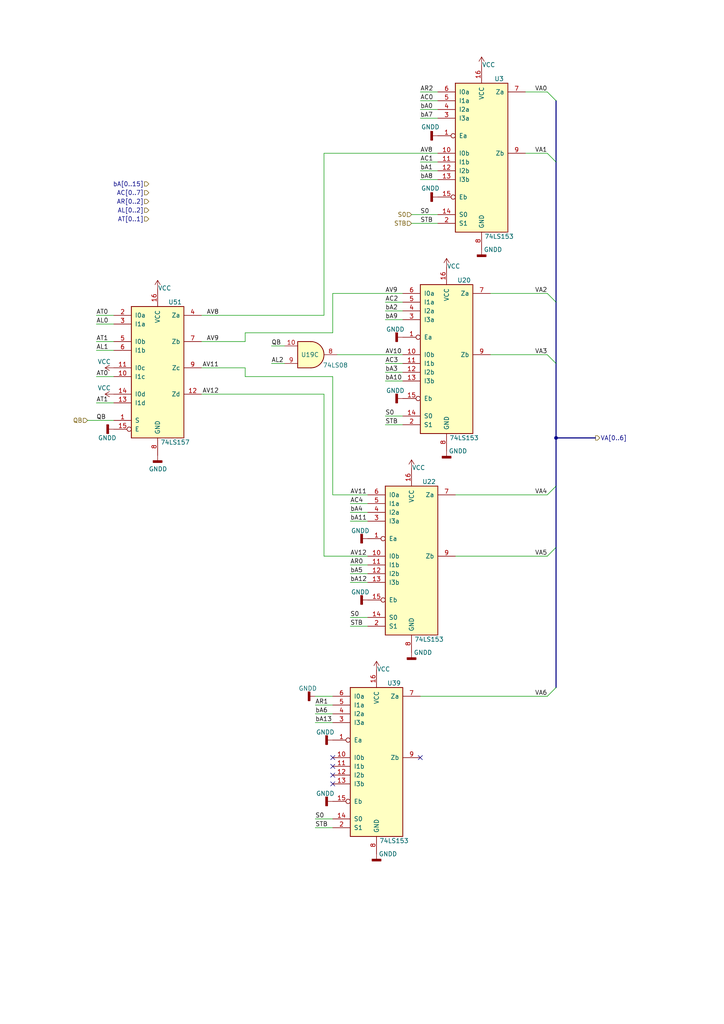
<source format=kicad_sch>
(kicad_sch (version 20230121) (generator eeschema)
  (paper "A4" portrait)
  (lib_symbols
    (symbol "74xx:74LS08" (pin_names (offset 1.016))
      (property "Reference" "U" (at 0 1.27 0))
      (property "Value" "74LS08" (at 0 -1.27 0))
      (symbol "74LS08_1_1"
        (arc (start 0 -3.81) (mid 3.7934 0) (end 0 3.81) (stroke (width 0.254)) (fill (type background)))
        (polyline (pts (xy 0 3.81) (xy -3.81 3.81) (xy -3.81 -3.81) (xy 0 -3.81)) (stroke (width 0.254)) (fill (type background)))
        (pin input line (at -7.62 2.54 0) (length 3.81) (name "~") (number "1"))
        (pin input line (at -7.62 -2.54 0) (length 3.81) (name "~") (number "2"))
        (pin output line (at 7.62 0 180) (length 3.81) (name "~") (number "3"))
      )
      (symbol "74LS08_1_2"
        (arc (start -3.81 -3.81) (mid -2.589 0) (end -3.81 3.81) (stroke (width 0.254)))
        (arc (start -0.6096 -3.81) (mid 2.1842 -2.5851) (end 3.81 0) (stroke (width 0.254)) (fill (type background)))
        (polyline (pts (xy -3.81 -3.81) (xy -0.635 -3.81)) (stroke (width 0.254)) (fill (type background)))
        (polyline (pts (xy -3.81 3.81) (xy -0.635 3.81)) (stroke (width 0.254)) (fill (type background)))
        (polyline (pts (xy -0.635 3.81) (xy -3.81 3.81) (xy -3.81 3.81) (xy -3.556 3.4036) (xy -3.0226 2.2606) (xy -2.6924 1.0414) (xy -2.6162 -0.254) (xy -2.7686 -1.4986) (xy -3.175 -2.7178) (xy -3.81 -3.81) (xy -3.81 -3.81) (xy -0.635 -3.81)) (stroke (width -25.4)) (fill (type background)))
        (arc (start 3.81 0) (mid 2.1915 2.5936) (end -0.6096 3.81) (stroke (width 0.254)) (fill (type background)))
        (pin input inverted (at -7.62 2.54 0) (length 4.318) (name "~") (number "1"))
        (pin input inverted (at -7.62 -2.54 0) (length 4.318) (name "~") (number "2"))
        (pin output inverted (at 7.62 0 180) (length 3.81) (name "~") (number "3"))
      )
      (symbol "74LS08_2_1"
        (arc (start 0 -3.81) (mid 3.7934 0) (end 0 3.81) (stroke (width 0.254)) (fill (type background)))
        (polyline (pts (xy 0 3.81) (xy -3.81 3.81) (xy -3.81 -3.81) (xy 0 -3.81)) (stroke (width 0.254)) (fill (type background)))
        (pin input line (at -7.62 2.54 0) (length 3.81) (name "~") (number "4"))
        (pin input line (at -7.62 -2.54 0) (length 3.81) (name "~") (number "5"))
        (pin output line (at 7.62 0 180) (length 3.81) (name "~") (number "6"))
      )
      (symbol "74LS08_2_2"
        (arc (start -3.81 -3.81) (mid -2.589 0) (end -3.81 3.81) (stroke (width 0.254)))
        (arc (start -0.6096 -3.81) (mid 2.1842 -2.5851) (end 3.81 0) (stroke (width 0.254)) (fill (type background)))
        (polyline (pts (xy -3.81 -3.81) (xy -0.635 -3.81)) (stroke (width 0.254)) (fill (type background)))
        (polyline (pts (xy -3.81 3.81) (xy -0.635 3.81)) (stroke (width 0.254)) (fill (type background)))
        (polyline (pts (xy -0.635 3.81) (xy -3.81 3.81) (xy -3.81 3.81) (xy -3.556 3.4036) (xy -3.0226 2.2606) (xy -2.6924 1.0414) (xy -2.6162 -0.254) (xy -2.7686 -1.4986) (xy -3.175 -2.7178) (xy -3.81 -3.81) (xy -3.81 -3.81) (xy -0.635 -3.81)) (stroke (width -25.4)) (fill (type background)))
        (arc (start 3.81 0) (mid 2.1915 2.5936) (end -0.6096 3.81) (stroke (width 0.254)) (fill (type background)))
        (pin input inverted (at -7.62 2.54 0) (length 4.318) (name "~") (number "4"))
        (pin input inverted (at -7.62 -2.54 0) (length 4.318) (name "~") (number "5"))
        (pin output inverted (at 7.62 0 180) (length 3.81) (name "~") (number "6"))
      )
      (symbol "74LS08_3_1"
        (arc (start 0 -3.81) (mid 3.7934 0) (end 0 3.81) (stroke (width 0.254)) (fill (type background)))
        (polyline (pts (xy 0 3.81) (xy -3.81 3.81) (xy -3.81 -3.81) (xy 0 -3.81)) (stroke (width 0.254)) (fill (type background)))
        (pin input line (at -7.62 -2.54 0) (length 3.81) (name "~") (number "10"))
        (pin output line (at 7.62 0 180) (length 3.81) (name "~") (number "8"))
        (pin input line (at -7.62 2.54 0) (length 3.81) (name "~") (number "9"))
      )
      (symbol "74LS08_3_2"
        (arc (start -3.81 -3.81) (mid -2.589 0) (end -3.81 3.81) (stroke (width 0.254)))
        (arc (start -0.6096 -3.81) (mid 2.1842 -2.5851) (end 3.81 0) (stroke (width 0.254)) (fill (type background)))
        (polyline (pts (xy -3.81 -3.81) (xy -0.635 -3.81)) (stroke (width 0.254)) (fill (type background)))
        (polyline (pts (xy -3.81 3.81) (xy -0.635 3.81)) (stroke (width 0.254)) (fill (type background)))
        (polyline (pts (xy -0.635 3.81) (xy -3.81 3.81) (xy -3.81 3.81) (xy -3.556 3.4036) (xy -3.0226 2.2606) (xy -2.6924 1.0414) (xy -2.6162 -0.254) (xy -2.7686 -1.4986) (xy -3.175 -2.7178) (xy -3.81 -3.81) (xy -3.81 -3.81) (xy -0.635 -3.81)) (stroke (width -25.4)) (fill (type background)))
        (arc (start 3.81 0) (mid 2.1915 2.5936) (end -0.6096 3.81) (stroke (width 0.254)) (fill (type background)))
        (pin input inverted (at -7.62 -2.54 0) (length 4.318) (name "~") (number "10"))
        (pin output inverted (at 7.62 0 180) (length 3.81) (name "~") (number "8"))
        (pin input inverted (at -7.62 2.54 0) (length 4.318) (name "~") (number "9"))
      )
      (symbol "74LS08_4_1"
        (arc (start 0 -3.81) (mid 3.7934 0) (end 0 3.81) (stroke (width 0.254)) (fill (type background)))
        (polyline (pts (xy 0 3.81) (xy -3.81 3.81) (xy -3.81 -3.81) (xy 0 -3.81)) (stroke (width 0.254)) (fill (type background)))
        (pin output line (at 7.62 0 180) (length 3.81) (name "~") (number "11"))
        (pin input line (at -7.62 2.54 0) (length 3.81) (name "~") (number "12"))
        (pin input line (at -7.62 -2.54 0) (length 3.81) (name "~") (number "13"))
      )
      (symbol "74LS08_4_2"
        (arc (start -3.81 -3.81) (mid -2.589 0) (end -3.81 3.81) (stroke (width 0.254)))
        (arc (start -0.6096 -3.81) (mid 2.1842 -2.5851) (end 3.81 0) (stroke (width 0.254)) (fill (type background)))
        (polyline (pts (xy -3.81 -3.81) (xy -0.635 -3.81)) (stroke (width 0.254)) (fill (type background)))
        (polyline (pts (xy -3.81 3.81) (xy -0.635 3.81)) (stroke (width 0.254)) (fill (type background)))
        (polyline (pts (xy -0.635 3.81) (xy -3.81 3.81) (xy -3.81 3.81) (xy -3.556 3.4036) (xy -3.0226 2.2606) (xy -2.6924 1.0414) (xy -2.6162 -0.254) (xy -2.7686 -1.4986) (xy -3.175 -2.7178) (xy -3.81 -3.81) (xy -3.81 -3.81) (xy -0.635 -3.81)) (stroke (width -25.4)) (fill (type background)))
        (arc (start 3.81 0) (mid 2.1915 2.5936) (end -0.6096 3.81) (stroke (width 0.254)) (fill (type background)))
        (pin output inverted (at 7.62 0 180) (length 3.81) (name "~") (number "11"))
        (pin input inverted (at -7.62 2.54 0) (length 4.318) (name "~") (number "12"))
        (pin input inverted (at -7.62 -2.54 0) (length 4.318) (name "~") (number "13"))
      )
      (symbol "74LS08_5_0"
        (pin power_in line (at 0 12.7 270) (length 5.08) (name "VCC") (number "14"))
        (pin power_in line (at 0 -12.7 90) (length 5.08) (name "GND") (number "7"))
      )
      (symbol "74LS08_5_1"
        (rectangle (start -5.08 7.62) (end 5.08 -7.62) (stroke (width 0.254)) (fill (type background)))
      )
    )
    (symbol "74xx:74LS153" (pin_names (offset 1.016))
      (property "Reference" "U" (at -7.62 21.59 0))
      (property "Value" "74LS153" (at -7.62 -24.13 0))
      (symbol "74LS153_1_0"
        (pin input inverted (at -12.7 5.08 0) (length 5.08) (name "Ea") (number "1"))
        (pin input line (at -12.7 0 0) (length 5.08) (name "I0b") (number "10"))
        (pin input line (at -12.7 -2.54 0) (length 5.08) (name "I1b") (number "11"))
        (pin input line (at -12.7 -5.08 0) (length 5.08) (name "I2b") (number "12"))
        (pin input line (at -12.7 -7.62 0) (length 5.08) (name "I3b") (number "13"))
        (pin input line (at -12.7 -17.78 0) (length 5.08) (name "S0") (number "14"))
        (pin input inverted (at -12.7 -12.7 0) (length 5.08) (name "Eb") (number "15"))
        (pin power_in line (at 0 25.4 270) (length 5.08) (name "VCC") (number "16"))
        (pin input line (at -12.7 -20.32 0) (length 5.08) (name "S1") (number "2"))
        (pin input line (at -12.7 10.16 0) (length 5.08) (name "I3a") (number "3"))
        (pin input line (at -12.7 12.7 0) (length 5.08) (name "I2a") (number "4"))
        (pin input line (at -12.7 15.24 0) (length 5.08) (name "I1a") (number "5"))
        (pin input line (at -12.7 17.78 0) (length 5.08) (name "I0a") (number "6"))
        (pin output line (at 12.7 17.78 180) (length 5.08) (name "Za") (number "7"))
        (pin power_in line (at 0 -27.94 90) (length 5.08) (name "GND") (number "8"))
        (pin output line (at 12.7 0 180) (length 5.08) (name "Zb") (number "9"))
      )
      (symbol "74LS153_1_1"
        (rectangle (start -7.62 20.32) (end 7.62 -22.86) (stroke (width 0.254)) (fill (type background)))
      )
    )
    (symbol "74xx:74LS157" (pin_names (offset 1.016))
      (property "Reference" "U" (at -7.62 19.05 0))
      (property "Value" "74LS157" (at -7.62 -21.59 0))
      (symbol "74LS157_1_0"
        (pin input line (at -12.7 -15.24 0) (length 5.08) (name "S") (number "1"))
        (pin input line (at -12.7 -2.54 0) (length 5.08) (name "I1c") (number "10"))
        (pin input line (at -12.7 0 0) (length 5.08) (name "I0c") (number "11"))
        (pin output line (at 12.7 -7.62 180) (length 5.08) (name "Zd") (number "12"))
        (pin input line (at -12.7 -10.16 0) (length 5.08) (name "I1d") (number "13"))
        (pin input line (at -12.7 -7.62 0) (length 5.08) (name "I0d") (number "14"))
        (pin input inverted (at -12.7 -17.78 0) (length 5.08) (name "E") (number "15"))
        (pin power_in line (at 0 22.86 270) (length 5.08) (name "VCC") (number "16"))
        (pin input line (at -12.7 15.24 0) (length 5.08) (name "I0a") (number "2"))
        (pin input line (at -12.7 12.7 0) (length 5.08) (name "I1a") (number "3"))
        (pin output line (at 12.7 15.24 180) (length 5.08) (name "Za") (number "4"))
        (pin input line (at -12.7 7.62 0) (length 5.08) (name "I0b") (number "5"))
        (pin input line (at -12.7 5.08 0) (length 5.08) (name "I1b") (number "6"))
        (pin output line (at 12.7 7.62 180) (length 5.08) (name "Zb") (number "7"))
        (pin power_in line (at 0 -25.4 90) (length 5.08) (name "GND") (number "8"))
        (pin output line (at 12.7 0 180) (length 5.08) (name "Zc") (number "9"))
      )
      (symbol "74LS157_1_1"
        (rectangle (start -7.62 17.78) (end 7.62 -20.32) (stroke (width 0.254)) (fill (type background)))
      )
    )
    (symbol "power:GNDD" (power) (pin_names (offset 0))
      (property "Value" "GNDD" (at 0 -3.175 0))
      (symbol "GNDD_0_1"
        (rectangle (start -1.27 -1.524) (end 1.27 -2.032) (stroke (width 0.254)) (fill (type outline)))
        (polyline (pts (xy 0 0) (xy 0 -1.524)))
      )
      (symbol "GNDD_1_1"
        (pin power_in line (at 0 0 270) (length 0) hide (name "GNDD") (number "1"))
      )
    )
    (symbol "power:VCC" (power) (pin_names (offset 0))
      (property "Value" "VCC" (at 0 3.81 0))
      (symbol "VCC_0_1"
        (polyline (pts (xy -0.762 1.27) (xy 0 2.54)))
        (polyline (pts (xy 0 0) (xy 0 2.54)))
        (polyline (pts (xy 0 2.54) (xy 0.762 1.27)))
      )
      (symbol "VCC_1_1"
        (pin power_in line (at 0 0 90) (length 0) hide (name "VCC") (number "1"))
      )
    )
  )
  (junction (at 161.29 127))
  (no_connect (at 96.52 219.71))
  (no_connect (at 96.52 227.33))
  (no_connect (at 96.52 224.79))
  (no_connect (at 96.52 222.25))
  (no_connect (at 121.92 219.71))
  (bus_entry (at 158.75 26.67) (size 2.54 2.54))
  (bus_entry (at 158.75 85.09) (size 2.54 2.54))
  (bus_entry (at 158.75 143.51) (size 2.54 -2.54))
  (bus_entry (at 158.75 161.29) (size 2.54 -2.54))
  (bus_entry (at 158.75 44.45) (size 2.54 2.54))
  (bus_entry (at 158.75 102.87) (size 2.54 2.54))
  (bus_entry (at 158.75 201.93) (size 2.54 -2.54))
  (wire (pts (xy 116.84 87.63) (xy 111.76 87.63)))
  (wire (pts (xy 116.84 92.71) (xy 111.76 92.71)))
  (wire (pts (xy 121.92 201.93) (xy 158.75 201.93)))
  (wire (pts (xy 71.12 96.52) (xy 96.52 96.52)))
  (wire (pts (xy 78.74 100.33) (xy 82.55 100.33)))
  (wire (pts (xy 33.02 109.22) (xy 27.94 109.22)))
  (wire (pts (xy 127 26.67) (xy 121.92 26.67)))
  (wire (pts (xy 119.38 64.77) (xy 127 64.77)))
  (wire (pts (xy 106.68 179.07) (xy 101.6 179.07)))
  (wire (pts (xy 116.84 105.41) (xy 111.76 105.41)))
  (wire (pts (xy 33.02 121.92) (xy 25.4 121.92)))
  (wire (pts (xy 71.12 106.68) (xy 71.12 109.22)))
  (wire (pts (xy 58.42 91.44) (xy 93.98 91.44)))
  (bus (pts (xy 161.29 87.63) (xy 161.29 105.41)))
  (wire (pts (xy 96.52 209.55) (xy 91.44 209.55)))
  (wire (pts (xy 132.08 161.29) (xy 158.75 161.29)))
  (wire (pts (xy 33.02 101.6) (xy 27.94 101.6)))
  (bus (pts (xy 161.29 127) (xy 161.29 140.97)))
  (wire (pts (xy 106.68 148.59) (xy 101.6 148.59)))
  (wire (pts (xy 33.02 91.44) (xy 27.94 91.44)))
  (wire (pts (xy 127 34.29) (xy 121.92 34.29)))
  (wire (pts (xy 132.08 143.51) (xy 158.75 143.51)))
  (wire (pts (xy 96.52 96.52) (xy 96.52 85.09)))
  (wire (pts (xy 71.12 109.22) (xy 96.52 109.22)))
  (bus (pts (xy 161.29 127) (xy 172.72 127)))
  (wire (pts (xy 116.84 120.65) (xy 111.76 120.65)))
  (wire (pts (xy 96.52 85.09) (xy 116.84 85.09)))
  (wire (pts (xy 93.98 161.29) (xy 106.68 161.29)))
  (wire (pts (xy 58.42 99.06) (xy 71.12 99.06)))
  (wire (pts (xy 106.68 163.83) (xy 101.6 163.83)))
  (wire (pts (xy 106.68 146.05) (xy 101.6 146.05)))
  (wire (pts (xy 33.02 99.06) (xy 27.94 99.06)))
  (bus (pts (xy 161.29 29.21) (xy 161.29 46.99)))
  (wire (pts (xy 96.52 204.47) (xy 91.44 204.47)))
  (wire (pts (xy 116.84 90.17) (xy 111.76 90.17)))
  (wire (pts (xy 127 52.07) (xy 121.92 52.07)))
  (wire (pts (xy 93.98 44.45) (xy 93.98 91.44)))
  (wire (pts (xy 152.4 26.67) (xy 158.75 26.67)))
  (wire (pts (xy 93.98 44.45) (xy 127 44.45)))
  (wire (pts (xy 96.52 109.22) (xy 96.52 143.51)))
  (wire (pts (xy 58.42 114.3) (xy 93.98 114.3)))
  (wire (pts (xy 96.52 240.03) (xy 91.44 240.03)))
  (wire (pts (xy 91.44 201.93) (xy 96.52 201.93)))
  (wire (pts (xy 33.02 116.84) (xy 27.94 116.84)))
  (wire (pts (xy 119.38 62.23) (xy 127 62.23)))
  (wire (pts (xy 106.68 151.13) (xy 101.6 151.13)))
  (wire (pts (xy 97.79 102.87) (xy 116.84 102.87)))
  (wire (pts (xy 127 31.75) (xy 121.92 31.75)))
  (wire (pts (xy 116.84 123.19) (xy 111.76 123.19)))
  (wire (pts (xy 106.68 168.91) (xy 101.6 168.91)))
  (wire (pts (xy 116.84 110.49) (xy 111.76 110.49)))
  (wire (pts (xy 152.4 44.45) (xy 158.75 44.45)))
  (wire (pts (xy 142.24 102.87) (xy 158.75 102.87)))
  (bus (pts (xy 161.29 105.41) (xy 161.29 127)))
  (wire (pts (xy 106.68 166.37) (xy 101.6 166.37)))
  (wire (pts (xy 96.52 207.01) (xy 91.44 207.01)))
  (wire (pts (xy 82.55 105.41) (xy 78.74 105.41)))
  (wire (pts (xy 142.24 85.09) (xy 158.75 85.09)))
  (wire (pts (xy 96.52 143.51) (xy 106.68 143.51)))
  (bus (pts (xy 161.29 158.75) (xy 161.29 199.39)))
  (wire (pts (xy 127 46.99) (xy 121.92 46.99)))
  (wire (pts (xy 127 49.53) (xy 121.92 49.53)))
  (wire (pts (xy 127 29.21) (xy 121.92 29.21)))
  (bus (pts (xy 161.29 140.97) (xy 161.29 158.75)))
  (wire (pts (xy 71.12 99.06) (xy 71.12 96.52)))
  (wire (pts (xy 33.02 93.98) (xy 27.94 93.98)))
  (wire (pts (xy 58.42 106.68) (xy 71.12 106.68)))
  (wire (pts (xy 106.68 181.61) (xy 101.6 181.61)))
  (bus (pts (xy 161.29 46.99) (xy 161.29 87.63)))
  (wire (pts (xy 93.98 114.3) (xy 93.98 161.29)))
  (wire (pts (xy 96.52 237.49) (xy 91.44 237.49)))
  (wire (pts (xy 116.84 107.95) (xy 111.76 107.95)))
  (label "AV9" (at 111.76 85.09 0))
  (label "bA1" (at 121.92 49.53 0))
  (label "bA2" (at 111.76 90.17 0))
  (label "bA5" (at 101.6 166.37 0))
  (label "bA3" (at 111.76 107.95 0))
  (label "AC0" (at 121.92 29.21 0))
  (label "AV8" (at 121.92 44.45 0))
  (label "S0" (at 111.76 120.65 0))
  (label "bA9" (at 111.76 92.71 0))
  (label "VA2" (at 158.75 85.09 180))
  (label "STB" (at 111.76 123.19 0))
  (label "STB" (at 101.6 181.61 0))
  (label "AL2" (at 78.74 105.41 0))
  (label "AC3" (at 111.76 105.41 0))
  (label "AR0" (at 101.6 163.83 0))
  (label "VA4" (at 158.75 143.51 180))
  (label "S0" (at 101.6 179.07 0))
  (label "AC4" (at 101.6 146.05 0))
  (label "AC2" (at 111.76 87.63 0))
  (label "AV12" (at 63.5 114.3 180))
  (label "VA6" (at 158.75 201.93 180))
  (label "S0" (at 91.44 237.49 0))
  (label "AT1" (at 27.94 116.84 0))
  (label "bA8" (at 121.92 52.07 0))
  (label "AL0" (at 27.94 93.98 0))
  (label "AV11" (at 101.6 143.51 0))
  (label "AT0" (at 27.94 109.22 0))
  (label "QB" (at 27.94 121.92 0))
  (label "VA1" (at 158.75 44.45 180))
  (label "VA5" (at 158.75 161.29 180))
  (label "AV9" (at 63.5 99.06 180))
  (label "VA3" (at 158.75 102.87 180))
  (label "AV10" (at 111.76 102.87 0))
  (label "AT1" (at 27.94 99.06 0))
  (label "S0" (at 121.92 62.23 0))
  (label "STB" (at 91.44 240.03 0))
  (label "AV12" (at 101.6 161.29 0))
  (label "bA0" (at 121.92 31.75 0))
  (label "VA0" (at 158.75 26.67 180))
  (label "bA6" (at 91.44 207.01 0))
  (label "AL1" (at 27.94 101.6 0))
  (label "bA13" (at 91.44 209.55 0))
  (label "QB" (at 78.74 100.33 0))
  (label "bA10" (at 111.76 110.49 0))
  (label "bA7" (at 121.92 34.29 0))
  (label "AR1" (at 91.44 204.47 0))
  (label "AT0" (at 27.94 91.44 0))
  (label "AR2" (at 121.92 26.67 0))
  (label "AC1" (at 121.92 46.99 0))
  (label "bA11" (at 101.6 151.13 0))
  (label "bA4" (at 101.6 148.59 0))
  (label "STB" (at 121.92 64.77 0))
  (label "AV11" (at 63.5 106.68 180))
  (label "AV8" (at 63.5 91.44 180))
  (label "bA12" (at 101.6 168.91 0))
  (hierarchical_label "STB" (shape input) (at 119.38 64.77 180))
  (hierarchical_label "AC[0..7]" (shape input) (at 43.18 55.88 180))
  (hierarchical_label "QB" (shape input) (at 25.4 121.92 180))
  (hierarchical_label "bA[0..15]" (shape input) (at 43.18 53.34 180))
  (hierarchical_label "AL[0..2]" (shape input) (at 43.18 60.96 180))
  (hierarchical_label "VA[0..6]" (shape output) (at 172.72 127 0))
  (hierarchical_label "AR[0..2]" (shape input) (at 43.18 58.42 180))
  (hierarchical_label "AT[0..1]" (shape input) (at 43.18 63.5 180))
  (hierarchical_label "S0" (shape input) (at 119.38 62.23 180))
  (symbol (lib_id "74xx:74LS157") (at 45.72 106.68 0) (unit 1)
    (property "Reference" "U51" (at 50.8 87.63 0))
    (property "Value" "74LS157" (at 50.8 128.27 0))
    (property "Footprint" "Cobra_original:DIP-16_W7.62mm" (effects hide))
    (property "Datasheet" "http://www.ti.com/lit/gpn/sn74LS157" (effects hide))
  )
  (symbol (lib_id "74xx:74LS153") (at 139.7 44.45 0) (unit 1)
    (property "Reference" "U3" (at 144.78 22.86 0))
    (property "Value" "74LS153" (at 144.78 68.58 0))
    (property "Footprint" "Cobra_original:DIP-16_W7.62mm" (effects hide))
    (property "Datasheet" "http://www.ti.com/lit/gpn/sn74LS153" (effects hide))
  )
  (symbol (lib_id "power:VCC") (at 45.72 83.82 0) (unit 1)
    (property "Reference" "#PWR0299" (effects hide))
    (property "Value" "VCC" (at 47.752 83.566 0))
  )
  (symbol (lib_id "power:VCC") (at 139.7 19.05 0) (unit 1)
    (property "Reference" "#PWR0300" (effects hide))
    (property "Value" "VCC" (at 141.732 18.796 0))
  )
  (symbol (lib_id "power:GNDD") (at 139.7 72.39 0) (unit 1)
    (property "Reference" "#PWR0301" (effects hide))
    (property "Value" "GNDD" (at 143.002 72.39 0))
  )
  (symbol (lib_id "power:GNDD") (at 45.72 132.08 0) (unit 1)
    (property "Reference" "#PWR0302" (effects hide))
    (property "Value" "GNDD" (at 45.8216 136.017 0))
  )
  (symbol (lib_id "74xx:74LS153") (at 129.54 102.87 0) (unit 1)
    (property "Reference" "U20" (at 134.62 81.28 0))
    (property "Value" "74LS153" (at 134.62 127 0))
    (property "Footprint" "Cobra_original:DIP-16_W7.62mm" (effects hide))
    (property "Datasheet" "http://www.ti.com/lit/gpn/sn74LS153" (effects hide))
  )
  (symbol (lib_id "power:VCC") (at 129.54 77.47 0) (unit 1)
    (property "Reference" "#PWR0303" (effects hide))
    (property "Value" "VCC" (at 131.572 77.216 0))
  )
  (symbol (lib_id "power:GNDD") (at 129.54 130.81 0) (unit 1)
    (property "Reference" "#PWR0304" (effects hide))
    (property "Value" "GNDD" (at 132.842 130.81 0))
  )
  (symbol (lib_id "74xx:74LS153") (at 119.38 161.29 0) (unit 1)
    (property "Reference" "U22" (at 124.46 139.7 0))
    (property "Value" "74LS153" (at 124.46 185.42 0))
    (property "Footprint" "Cobra_original:DIP-16_W7.62mm" (effects hide))
    (property "Datasheet" "http://www.ti.com/lit/gpn/sn74LS153" (effects hide))
  )
  (symbol (lib_id "power:VCC") (at 119.38 135.89 0) (unit 1)
    (property "Reference" "#PWR0305" (effects hide))
    (property "Value" "VCC" (at 121.412 135.636 0))
  )
  (symbol (lib_id "power:GNDD") (at 119.38 189.23 0) (unit 1)
    (property "Reference" "#PWR0306" (effects hide))
    (property "Value" "GNDD" (at 122.682 189.23 0))
  )
  (symbol (lib_id "74xx:74LS153") (at 109.22 219.71 0) (unit 1)
    (property "Reference" "U39" (at 114.3 198.12 0))
    (property "Value" "74LS153" (at 114.3 243.84 0))
    (property "Footprint" "Cobra_original:DIP-16_W7.62mm" (effects hide))
    (property "Datasheet" "http://www.ti.com/lit/gpn/sn74LS153" (effects hide))
  )
  (symbol (lib_id "power:VCC") (at 109.22 194.31 0) (unit 1)
    (property "Reference" "#PWR0307" (effects hide))
    (property "Value" "VCC" (at 111.252 194.056 0))
  )
  (symbol (lib_id "power:GNDD") (at 109.22 247.65 0) (unit 1)
    (property "Reference" "#PWR0308" (effects hide))
    (property "Value" "GNDD" (at 112.522 247.65 0))
  )
  (symbol (lib_id "power:GNDD") (at 127 39.37 270) (unit 1)
    (property "Reference" "#PWR0309" (effects hide))
    (property "Value" "GNDD" (at 127.508 36.83 90) (effects (justify right)))
  )
  (symbol (lib_id "power:GNDD") (at 127 57.15 270) (unit 1)
    (property "Reference" "#PWR0310" (effects hide))
    (property "Value" "GNDD" (at 127.508 54.61 90) (effects (justify right)))
  )
  (symbol (lib_id "power:GNDD") (at 116.84 97.79 270) (unit 1)
    (property "Reference" "#PWR0311" (effects hide))
    (property "Value" "GNDD" (at 117.348 95.504 90) (effects (justify right)))
  )
  (symbol (lib_id "power:GNDD") (at 116.84 115.57 270) (unit 1)
    (property "Reference" "#PWR0312" (effects hide))
    (property "Value" "GNDD" (at 117.348 113.284 90) (effects (justify right)))
  )
  (symbol (lib_id "power:GNDD") (at 106.68 156.21 270) (unit 1)
    (property "Reference" "#PWR0313" (effects hide))
    (property "Value" "GNDD" (at 107.188 153.924 90) (effects (justify right)))
  )
  (symbol (lib_id "power:GNDD") (at 106.68 173.99 270) (unit 1)
    (property "Reference" "#PWR0314" (effects hide))
    (property "Value" "GNDD" (at 107.188 171.704 90) (effects (justify right)))
  )
  (symbol (lib_id "power:GNDD") (at 96.52 214.63 270) (unit 1)
    (property "Reference" "#PWR0315" (effects hide))
    (property "Value" "GNDD" (at 97.028 212.344 90) (effects (justify right)))
  )
  (symbol (lib_id "power:GNDD") (at 96.52 232.41 270) (unit 1)
    (property "Reference" "#PWR0316" (effects hide))
    (property "Value" "GNDD" (at 97.028 230.124 90) (effects (justify right)))
  )
  (symbol (lib_id "power:GNDD") (at 91.44 201.93 270) (unit 1)
    (property "Reference" "#PWR0317" (effects hide))
    (property "Value" "GNDD" (at 91.948 199.644 90) (effects (justify right)))
  )
  (symbol (lib_id "power:VCC") (at 33.02 114.3 90) (unit 1)
    (property "Reference" "#PWR0318" (effects hide))
    (property "Value" "VCC" (at 30.226 112.522 90))
  )
  (symbol (lib_id "power:GNDD") (at 33.02 124.46 270) (unit 1)
    (property "Reference" "#PWR0319" (effects hide))
    (property "Value" "GNDD" (at 33.782 127 90) (effects (justify right)))
  )
  (symbol (lib_id "74xx:74LS08") (at 90.17 102.87 0) (mirror x) (unit 3)
    (property "Reference" "U19" (at 89.916 102.87 0))
    (property "Value" "74LS08" (at 97.282 105.918 0))
    (property "Footprint" "Cobra_original:DIP-14_W7.62mm" (effects hide))
    (property "Datasheet" "http://www.ti.com/lit/gpn/sn74LS08" (effects hide))
  )
  (symbol (lib_id "power:VCC") (at 33.02 106.68 90) (unit 1)
    (property "Reference" "#PWR042" (effects hide))
    (property "Value" "VCC" (at 30.226 104.902 90))
  )
)
</source>
